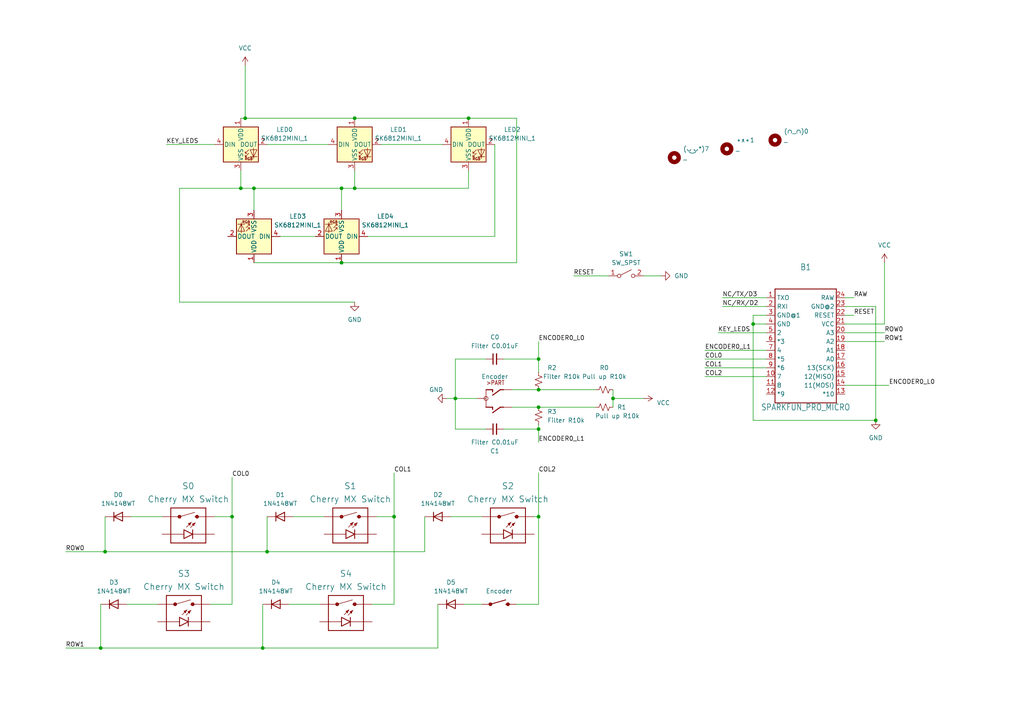
<source format=kicad_sch>
(kicad_sch (version 20211123) (generator eeschema)
  (paper "A4")
  (lib_symbols
    (symbol "Device:C_Small" (pin_numbers hide) (pin_names (offset 0.254) hide)
      (property "Reference" "C" (at 0.254 1.778 0))
      (property "Value" "C_Small" (at 0.254 -2.032 0))
      (symbol "C_Small_0_1"
        (polyline (pts (xy -1.524 -0.508) (xy 1.524 -0.508)) (stroke (width 0.3302)))
        (polyline (pts (xy -1.524 0.508) (xy 1.524 0.508)) (stroke (width 0.3048)))
      )
      (symbol "C_Small_1_1"
        (pin passive line (at 0 2.54 270) (length 2.032) (name "~") (number "1"))
        (pin passive line (at 0 -2.54 90) (length 2.032) (name "~") (number "2"))
      )
    )
    (symbol "Device:R_Small_US" (pin_numbers hide) (pin_names (offset 0.254) hide)
      (property "Reference" "R" (at 0.762 0.508 0))
      (property "Value" "R_Small_US" (at 0.762 -1.016 0))
      (symbol "R_Small_US_1_1"
        (polyline (pts (xy 0 0) (xy 1.016 -0.381) (xy 0 -0.762) (xy -1.016 -1.143) (xy 0 -1.524)))
        (polyline (pts (xy 0 1.524) (xy 1.016 1.143) (xy 0 0.762) (xy -1.016 0.381) (xy 0 0)))
        (pin passive line (at 0 2.54 270) (length 1.016) (name "~") (number "1"))
        (pin passive line (at 0 -2.54 90) (length 1.016) (name "~") (number "2"))
      )
    )
    (symbol "Diode:1N4148WT" (pin_numbers hide) (pin_names (offset 1.016) hide)
      (property "Reference" "D" (at 0 2.54 0))
      (property "Value" "1N4148WT" (at 0 -2.54 0))
      (symbol "1N4148WT_0_1"
        (polyline (pts (xy -1.27 1.27) (xy -1.27 -1.27)) (stroke (width 0.254)))
        (polyline (pts (xy 1.27 0) (xy -1.27 0)))
        (polyline (pts (xy 1.27 1.27) (xy 1.27 -1.27) (xy -1.27 0) (xy 1.27 1.27)) (stroke (width 0.254)))
      )
      (symbol "1N4148WT_1_1"
        (pin passive line (at -3.81 0 0) (length 2.54) (name "K") (number "1"))
        (pin passive line (at 3.81 0 180) (length 2.54) (name "A") (number "2"))
      )
    )
    (symbol "Mechanical:MountingHole" (pin_names (offset 1.016))
      (property "Reference" "H" (at 0 5.08 0))
      (property "Value" "MountingHole" (at 0 3.175 0))
      (symbol "MountingHole_0_1"
        (circle (center 0 0) (radius 1.27) (stroke (width 1.27)))
      )
    )
    (symbol "Switch:SW_SPST" (pin_names (offset 0) hide)
      (property "Reference" "SW" (at 0 3.175 0))
      (property "Value" "SW_SPST" (at 0 -2.54 0))
      (symbol "SW_SPST_0_0"
        (circle (center -2.032 0) (radius 0.508))
        (polyline (pts (xy -1.524 0.254) (xy 1.524 1.778)))
        (circle (center 2.032 0) (radius 0.508))
      )
      (symbol "SW_SPST_1_1"
        (pin passive line (at -5.08 0 0) (length 2.54) (name "A") (number "1"))
        (pin passive line (at 5.08 0 180) (length 2.54) (name "B") (number "2"))
      )
    )
    (symbol "cherry-mx-encoder:CHERRY-MX-ENCODER"
      (property "Value" "CHERRY-MX-ENCODER" (at 0 -6.35 90))
      (symbol "CHERRY-MX-ENCODER_1_0"
        (circle (center -2.54 0) (radius 0.127) (stroke (width 0.4064)))
        (polyline (pts (xy -2.54 0) (xy 1.905 1.27)) (stroke (width 0.254)))
        (polyline (pts (xy 1.905 0) (xy 2.54 0)) (stroke (width 0.254)))
        (circle (center 2.54 0) (radius 0.127) (stroke (width 0.4064)))
        (pin passive line (at -5.08 0 0) (length 2.54) (name "1") (number "D"))
        (pin passive line (at 5.08 0 180) (length 2.54) (name "2") (number "E"))
        (pin passive line (at -5.08 0 0) (length 2.54) (name "1") (number "S1"))
        (pin passive line (at 5.08 0 180) (length 2.54) (name "2") (number "S2"))
      )
      (symbol "CHERRY-MX-ENCODER_2_0"
        (polyline (pts (xy -2.54 0) (xy 2.54 0)) (stroke (width 0.1524)))
        (polyline (pts (xy -2.54 1.905) (xy -2.54 0)) (stroke (width 0.3048)))
        (polyline (pts (xy -2.54 4.1275) (xy -0.9525 1.905)) (stroke (width 0.3048)))
        (polyline (pts (xy -2.54 5.08) (xy -2.54 4.1275)) (stroke (width 0.3048)))
        (polyline (pts (xy -1.905 1.905) (xy -2.54 1.905)) (stroke (width 0.3048)))
        (polyline (pts (xy 2.54 1.905) (xy 2.54 0)) (stroke (width 0.3048)))
        (polyline (pts (xy 2.54 4.1275) (xy 4.1275 1.905)) (stroke (width 0.3048)))
        (polyline (pts (xy 2.54 5.08) (xy 2.54 4.1275)) (stroke (width 0.3048)))
        (polyline (pts (xy 3.175 1.905) (xy 2.54 1.905)) (stroke (width 0.3048)))
        (circle (center 0 0) (radius 0.5679))
        (text ">PART" (at -3.81 0 900) (effects (font (size 1.27 1.0795)) (justify left bottom)))
        (pin passive line (at -2.54 7.62 270) (length 2.54) (name "A") (number "A"))
        (pin passive line (at 2.54 7.62 270) (length 2.54) (name "B") (number "B"))
        (pin passive line (at 0 -2.54 90) (length 2.54) (name "C") (number "C"))
      )
    )
    (symbol "momentary-switch-spst-led-pth-cherry:MOMENTARY-SWITCH-SPST-LED-PTH-CHERRY"
      (property "Reference" "S3" (at 0 5.334 0))
      (property "Value" "MOMENTARY-SWITCH-SPST-LED-PTH-CHERRY" (at 0 -5.334 0))
      (symbol "MOMENTARY-SWITCH-SPST-LED-PTH-CHERRY_1_0"
        (circle (center -2.54 2.54) (radius 0.127) (stroke (width 0.4064)))
        (polyline (pts (xy -5.08 -5.08) (xy 5.08 -5.08)) (stroke (width 0.254)))
        (polyline (pts (xy -5.08 -2.54) (xy -5.08 -5.08)) (stroke (width 0.254)))
        (polyline (pts (xy -5.08 -2.54) (xy -1.27 -2.54)) (stroke (width 0.1524)))
        (polyline (pts (xy -5.08 2.54) (xy -5.08 -2.54)) (stroke (width 0.254)))
        (polyline (pts (xy -5.08 2.54) (xy -2.54 2.54)) (stroke (width 0.1524)))
        (polyline (pts (xy -5.08 5.08) (xy -5.08 2.54)) (stroke (width 0.254)))
        (polyline (pts (xy -2.54 2.54) (xy 1.905 3.81)) (stroke (width 0.1524)))
        (polyline (pts (xy -1.27 -3.81) (xy -1.27 -2.54)) (stroke (width 0.254)))
        (polyline (pts (xy -1.27 -3.81) (xy 1.27 -2.54)) (stroke (width 0.254)))
        (polyline (pts (xy -1.27 -2.54) (xy -1.27 -1.27)) (stroke (width 0.254)))
        (polyline (pts (xy -0.508 -0.508) (xy 0.889 0.889)) (stroke (width 0.1524)))
        (polyline (pts (xy 0.635 -0.635) (xy 2.032 0.762)) (stroke (width 0.1524)))
        (polyline (pts (xy 1.27 -3.81) (xy 1.27 -2.54)) (stroke (width 0.254)))
        (polyline (pts (xy 1.27 -2.54) (xy -1.27 -1.27)) (stroke (width 0.254)))
        (polyline (pts (xy 1.27 -2.54) (xy 1.27 -1.27)) (stroke (width 0.254)))
        (polyline (pts (xy 1.27 -2.54) (xy 5.08 -2.54)) (stroke (width 0.1524)))
        (polyline (pts (xy 1.905 2.54) (xy 5.08 2.54)) (stroke (width 0.1524)))
        (polyline (pts (xy 5.08 -5.08) (xy 5.08 -2.54)) (stroke (width 0.254)))
        (polyline (pts (xy 5.08 -2.54) (xy 5.08 2.54)) (stroke (width 0.254)))
        (polyline (pts (xy 5.08 2.54) (xy 5.08 5.08)) (stroke (width 0.254)))
        (polyline (pts (xy 5.08 5.08) (xy -5.08 5.08)) (stroke (width 0.254)))
        (polyline (pts (xy 0.889 0.889) (xy 0 0.508) (xy 0.508 0)) (fill (type outline)))
        (polyline (pts (xy 2.032 0.762) (xy 1.143 0.381) (xy 1.651 -0.127)) (fill (type outline)))
        (circle (center 2.54 2.54) (radius 0.127) (stroke (width 0.4064)))
        (pin passive line (at -7.62 -2.54 0) (length 2.54) (name "A") (number "A"))
        (pin passive line (at 7.62 -2.54 180) (length 2.54) (name "C") (number "K"))
        (pin passive line (at -7.62 2.54 0) (length 2.54) (name "1") (number "S1"))
        (pin passive line (at 7.62 2.54 180) (length 2.54) (name "2") (number "S2"))
      )
    )
    (symbol "power:GND" (power) (pin_names (offset 0))
      (property "Value" "GND" (at 0 -3.81 0))
      (symbol "GND_0_1"
        (polyline (pts (xy 0 0) (xy 0 -1.27) (xy 1.27 -1.27) (xy 0 -2.54) (xy -1.27 -1.27) (xy 0 -1.27)))
      )
      (symbol "GND_1_1"
        (pin power_in line (at 0 0 270) (length 0) hide (name "GND") (number "1"))
      )
    )
    (symbol "power:VCC" (power) (pin_names (offset 0))
      (property "Value" "VCC" (at 0 3.81 0))
      (symbol "VCC_0_1"
        (polyline (pts (xy -0.762 1.27) (xy 0 2.54)))
        (polyline (pts (xy 0 0) (xy 0 2.54)))
        (polyline (pts (xy 0 2.54) (xy 0.762 1.27)))
      )
      (symbol "VCC_1_1"
        (pin power_in line (at 0 0 90) (length 0) hide (name "VCC") (number "1"))
      )
    )
    (symbol "sk6812mini_1:SK6812MINI_1" (pin_names (offset 0.254))
      (property "Reference" "LED8" (at 11.5759 3.7252 0))
      (property "Value" "SK6812MINI_1" (at 11.5759 0.9501 0))
      (symbol "SK6812MINI_1_0_0"
        (text "RGB" (at 2.286 -4.191 0) (effects (font (size 0.762 0.762))))
      )
      (symbol "SK6812MINI_1_0_1"
        (polyline (pts (xy 1.27 -3.556) (xy 1.778 -3.556)))
        (polyline (pts (xy 1.27 -2.54) (xy 1.778 -2.54)))
        (polyline (pts (xy 4.699 -3.556) (xy 2.667 -3.556)))
        (polyline (pts (xy 2.286 -2.54) (xy 1.27 -3.556) (xy 1.27 -3.048)))
        (polyline (pts (xy 2.286 -1.524) (xy 1.27 -2.54) (xy 1.27 -2.032)))
        (polyline (pts (xy 3.683 -1.016) (xy 3.683 -3.556) (xy 3.683 -4.064)))
        (polyline (pts (xy 4.699 -1.524) (xy 2.667 -1.524) (xy 3.683 -3.556) (xy 4.699 -1.524)))
        (rectangle (start 5.08 5.08) (end -5.08 -5.08) (stroke (width 0.254)) (fill (type background)))
      )
      (symbol "SK6812MINI_1_1_1"
        (pin power_in line (at 0 7.62 270) (length 2.54) (name "VDD") (number "1"))
        (pin output line (at 7.62 0 180) (length 2.54) (name "DOUT") (number "2"))
        (pin power_in line (at 0 -7.62 90) (length 2.54) (name "VSS") (number "3"))
        (pin input line (at -7.62 0 0) (length 2.54) (name "DIN") (number "4"))
      )
    )
    (symbol "sparkfun_pro_micro:SPARKFUN_PRO_MICRO"
      (property "Reference" "B1" (at -7.62 18.542 0))
      (property "Value" "SPARKFUN_PRO_MICRO" (at -7.62 -17.78 0))
      (symbol "SPARKFUN_PRO_MICRO_1_0"
        (polyline (pts (xy -7.62 -15.24) (xy 10.16 -15.24)) (stroke (width 0.254)))
        (polyline (pts (xy -7.62 17.78) (xy -7.62 -15.24)) (stroke (width 0.254)))
        (polyline (pts (xy 10.16 -15.24) (xy 10.16 17.78)) (stroke (width 0.254)))
        (polyline (pts (xy 10.16 17.78) (xy -7.62 17.78)) (stroke (width 0.254)))
        (pin bidirectional line (at -10.16 15.24 0) (length 2.54) (name "TXO") (number "1"))
        (pin bidirectional line (at -10.16 -7.62 0) (length 2.54) (name "7") (number "10"))
        (pin bidirectional line (at -10.16 -10.16 0) (length 2.54) (name "8") (number "11"))
        (pin bidirectional line (at -10.16 -12.7 0) (length 2.54) (name "*9") (number "12"))
        (pin bidirectional line (at 12.7 -12.7 180) (length 2.54) (name "*10") (number "13"))
        (pin bidirectional line (at 12.7 -10.16 180) (length 2.54) (name "11(MOSI)") (number "14"))
        (pin bidirectional line (at 12.7 -7.62 180) (length 2.54) (name "12(MISO)") (number "15"))
        (pin bidirectional line (at 12.7 -5.08 180) (length 2.54) (name "13(SCK)") (number "16"))
        (pin bidirectional line (at 12.7 -2.54 180) (length 2.54) (name "A0") (number "17"))
        (pin bidirectional line (at 12.7 0 180) (length 2.54) (name "A1") (number "18"))
        (pin bidirectional line (at 12.7 2.54 180) (length 2.54) (name "A2") (number "19"))
        (pin bidirectional line (at -10.16 12.7 0) (length 2.54) (name "RXI") (number "2"))
        (pin bidirectional line (at 12.7 5.08 180) (length 2.54) (name "A3") (number "20"))
        (pin power_in line (at 12.7 7.62 180) (length 2.54) (name "VCC") (number "21"))
        (pin bidirectional line (at 12.7 10.16 180) (length 2.54) (name "RESET") (number "22"))
        (pin power_in line (at 12.7 12.7 180) (length 2.54) (name "GND@2") (number "23"))
        (pin power_in line (at 12.7 15.24 180) (length 2.54) (name "RAW") (number "24"))
        (pin power_in line (at -10.16 10.16 0) (length 2.54) (name "GND@1") (number "3"))
        (pin power_in line (at -10.16 7.62 0) (length 2.54) (name "GND") (number "4"))
        (pin bidirectional line (at -10.16 5.08 0) (length 2.54) (name "2") (number "5"))
        (pin bidirectional line (at -10.16 2.54 0) (length 2.54) (name "*3") (number "6"))
        (pin bidirectional line (at -10.16 0 0) (length 2.54) (name "4") (number "7"))
        (pin bidirectional line (at -10.16 -2.54 0) (length 2.54) (name "*5") (number "8"))
        (pin bidirectional line (at -10.16 -5.08 0) (length 2.54) (name "*6") (number "9"))
      )
    )
  )
  (junction (at 29.21 187.96))
  (junction (at 156.21 118.11))
  (junction (at 254 121.92))
  (junction (at 102.87 54.61))
  (junction (at 67.31 149.86))
  (junction (at 177.8 115.57))
  (junction (at 156.21 113.03))
  (junction (at 76.2 187.96))
  (junction (at 71.12 34.29))
  (junction (at 114.3 149.86))
  (junction (at 99.06 76.2))
  (junction (at 77.47 160.02))
  (junction (at 218.44 93.98))
  (junction (at 156.21 149.86))
  (junction (at 30.48 160.02))
  (junction (at 73.66 54.61))
  (junction (at 156.21 104.14))
  (junction (at 102.87 34.29))
  (junction (at 135.89 34.29))
  (junction (at 99.06 54.61))
  (junction (at 156.21 124.46))
  (junction (at 132.08 115.57))
  (junction (at 69.85 54.61))
  (wire (pts (xy 99.06 54.61) (xy 102.87 54.61)))
  (wire (pts (xy 208.28 96.52) (xy 222.25 96.52)))
  (wire (pts (xy 99.06 76.2) (xy 149.86 76.2)))
  (wire (pts (xy 218.44 93.98) (xy 222.25 93.98)))
  (wire (pts (xy 102.87 49.53) (xy 102.87 54.61)))
  (wire (pts (xy 83.82 175.26) (xy 92.71 175.26)))
  (wire (pts (xy 36.83 175.26) (xy 45.72 175.26)))
  (wire (pts (xy 132.08 115.57) (xy 138.43 115.57)))
  (wire (pts (xy 129.54 115.57) (xy 132.08 115.57)))
  (wire (pts (xy 67.31 149.86) (xy 62.23 149.86)))
  (wire (pts (xy 209.55 88.9) (xy 222.25 88.9)))
  (wire (pts (xy 186.69 80.01) (xy 191.77 80.01)))
  (wire (pts (xy 52.07 54.61) (xy 69.85 54.61)))
  (wire (pts (xy 140.97 104.14) (xy 132.08 104.14)))
  (wire (pts (xy 204.47 101.6) (xy 222.25 101.6)))
  (wire (pts (xy 156.21 113.03) (xy 172.72 113.03)))
  (wire (pts (xy 52.07 87.63) (xy 52.07 54.61)))
  (wire (pts (xy 81.28 68.58) (xy 91.44 68.58)))
  (wire (pts (xy 132.08 104.14) (xy 132.08 115.57)))
  (wire (pts (xy 48.26 41.91) (xy 62.23 41.91)))
  (wire (pts (xy 222.25 91.44) (xy 218.44 91.44)))
  (wire (pts (xy 218.44 91.44) (xy 218.44 93.98)))
  (wire (pts (xy 77.47 149.86) (xy 77.47 160.02)))
  (wire (pts (xy 149.86 175.26) (xy 156.21 175.26)))
  (wire (pts (xy 30.48 160.02) (xy 19.05 160.02)))
  (wire (pts (xy 71.12 19.05) (xy 71.12 34.29)))
  (wire (pts (xy 146.05 124.46) (xy 156.21 124.46)))
  (wire (pts (xy 245.11 88.9) (xy 254 88.9)))
  (wire (pts (xy 102.87 54.61) (xy 135.89 54.61)))
  (wire (pts (xy 204.47 109.22) (xy 222.25 109.22)))
  (wire (pts (xy 102.87 87.63) (xy 52.07 87.63)))
  (wire (pts (xy 177.8 113.03) (xy 177.8 115.57)))
  (wire (pts (xy 73.66 76.2) (xy 99.06 76.2)))
  (wire (pts (xy 29.21 187.96) (xy 76.2 187.96)))
  (wire (pts (xy 73.66 54.61) (xy 99.06 54.61)))
  (wire (pts (xy 71.12 34.29) (xy 69.85 34.29)))
  (wire (pts (xy 114.3 137.16) (xy 114.3 149.86)))
  (wire (pts (xy 186.69 115.57) (xy 177.8 115.57)))
  (wire (pts (xy 245.11 99.06) (xy 256.54 99.06)))
  (wire (pts (xy 77.47 160.02) (xy 123.19 160.02)))
  (wire (pts (xy 146.05 104.14) (xy 156.21 104.14)))
  (wire (pts (xy 69.85 49.53) (xy 69.85 54.61)))
  (wire (pts (xy 143.51 41.91) (xy 143.51 68.58)))
  (wire (pts (xy 132.08 124.46) (xy 132.08 115.57)))
  (wire (pts (xy 256.54 76.2) (xy 256.54 93.98)))
  (wire (pts (xy 156.21 137.16) (xy 156.21 149.86)))
  (wire (pts (xy 67.31 175.26) (xy 67.31 149.86)))
  (wire (pts (xy 204.47 104.14) (xy 222.25 104.14)))
  (wire (pts (xy 69.85 54.61) (xy 73.66 54.61)))
  (wire (pts (xy 135.89 34.29) (xy 149.86 34.29)))
  (wire (pts (xy 245.11 111.76) (xy 257.81 111.76)))
  (wire (pts (xy 77.47 41.91) (xy 95.25 41.91)))
  (wire (pts (xy 106.68 68.58) (xy 143.51 68.58)))
  (wire (pts (xy 110.49 41.91) (xy 128.27 41.91)))
  (wire (pts (xy 156.21 123.19) (xy 156.21 124.46)))
  (wire (pts (xy 156.21 149.86) (xy 154.94 149.86)))
  (wire (pts (xy 134.62 175.26) (xy 139.7 175.26)))
  (wire (pts (xy 107.95 175.26) (xy 114.3 175.26)))
  (wire (pts (xy 218.44 93.98) (xy 218.44 121.92)))
  (wire (pts (xy 114.3 175.26) (xy 114.3 149.86)))
  (wire (pts (xy 254 88.9) (xy 254 121.92)))
  (wire (pts (xy 130.81 149.86) (xy 139.7 149.86)))
  (wire (pts (xy 156.21 124.46) (xy 156.21 128.27)))
  (wire (pts (xy 19.05 187.96) (xy 29.21 187.96)))
  (wire (pts (xy 148.59 113.03) (xy 156.21 113.03)))
  (wire (pts (xy 127 187.96) (xy 76.2 187.96)))
  (wire (pts (xy 245.11 96.52) (xy 256.54 96.52)))
  (wire (pts (xy 30.48 149.86) (xy 30.48 160.02)))
  (wire (pts (xy 123.19 149.86) (xy 123.19 160.02)))
  (wire (pts (xy 127 175.26) (xy 127 187.96)))
  (wire (pts (xy 67.31 138.43) (xy 67.31 149.86)))
  (wire (pts (xy 77.47 160.02) (xy 30.48 160.02)))
  (wire (pts (xy 177.8 115.57) (xy 177.8 118.11)))
  (wire (pts (xy 60.96 175.26) (xy 67.31 175.26)))
  (wire (pts (xy 71.12 34.29) (xy 102.87 34.29)))
  (wire (pts (xy 256.54 93.98) (xy 245.11 93.98)))
  (wire (pts (xy 85.09 149.86) (xy 93.98 149.86)))
  (wire (pts (xy 156.21 99.06) (xy 156.21 104.14)))
  (wire (pts (xy 149.86 76.2) (xy 149.86 34.29)))
  (wire (pts (xy 99.06 54.61) (xy 99.06 60.96)))
  (wire (pts (xy 29.21 175.26) (xy 29.21 187.96)))
  (wire (pts (xy 140.97 124.46) (xy 132.08 124.46)))
  (wire (pts (xy 76.2 187.96) (xy 76.2 175.26)))
  (wire (pts (xy 135.89 54.61) (xy 135.89 49.53)))
  (wire (pts (xy 114.3 149.86) (xy 109.22 149.86)))
  (wire (pts (xy 166.37 80.01) (xy 176.53 80.01)))
  (wire (pts (xy 156.21 118.11) (xy 172.72 118.11)))
  (wire (pts (xy 209.55 86.36) (xy 222.25 86.36)))
  (wire (pts (xy 38.1 149.86) (xy 46.99 149.86)))
  (wire (pts (xy 73.66 54.61) (xy 73.66 60.96)))
  (wire (pts (xy 156.21 104.14) (xy 156.21 107.95)))
  (wire (pts (xy 245.11 91.44) (xy 247.65 91.44)))
  (wire (pts (xy 245.11 86.36) (xy 247.65 86.36)))
  (wire (pts (xy 148.59 118.11) (xy 156.21 118.11)))
  (wire (pts (xy 204.47 106.68) (xy 222.25 106.68)))
  (wire (pts (xy 102.87 34.29) (xy 135.89 34.29)))
  (wire (pts (xy 156.21 175.26) (xy 156.21 149.86)))
  (wire (pts (xy 218.44 121.92) (xy 254 121.92)))
  (label "COL1" (at 114.3 137.16 0))
  (label "COL1" (at 204.47 106.68 0))
  (label "ROW1" (at 256.54 99.06 0))
  (label "KEY_LEDS" (at 48.26 41.91 0))
  (label "NC{slash}RX{slash}D2" (at 209.55 88.9 0))
  (label "COL2" (at 156.21 137.16 0))
  (label "ENCODER0_L0" (at 156.21 99.06 0))
  (label "ROW0" (at 19.05 160.02 0))
  (label "RESET" (at 166.37 80.01 0))
  (label "ENCODER0_L1" (at 156.21 128.27 0))
  (label "ENCODER0_L1" (at 204.47 101.6 0))
  (label "ROW1" (at 19.05 187.96 0))
  (label "KEY_LEDS" (at 208.28 96.52 0))
  (label "RESET" (at 247.65 91.44 0))
  (label "COL0" (at 67.31 138.43 0))
  (label "ENCODER0_L0" (at 257.81 111.76 0))
  (label "NC{slash}TX{slash}D3" (at 209.55 86.36 0))
  (label "RAW" (at 247.65 86.36 0))
  (label "COL2" (at 204.47 109.22 0))
  (label "ROW0" (at 256.54 96.52 0))
  (label "COL0" (at 204.47 104.14 0))
  (symbol (lib_id "sk6812mini_1:SK6812MINI_1") (at 73.66 68.58 180) (unit 1)
    (property "Reference" "LED3" (at 86.36 62.7505 0))
    (property "Value" "SK6812MINI_1" (at 86.36 65.2905 0))
    (property "Footprint" "pizzapad:LED_SK6812MINI_PLCC4_3.5x3.5mm_P1.75mm" (effects hide))
    (property "Datasheet" "https://cdn-shop.adafruit.com/product-files/2686/SK6812MINI_REV.01-1-2.pdf" (effects hide))
  )
  (symbol (lib_id "power:GND") (at 191.77 80.01 90) (unit 1)
    (property "Reference" "#PWR0106" (effects hide))
    (property "Value" "GND" (at 195.58 80.0099 90) (effects (justify right)))
  )
  (symbol (lib_id "power:GND") (at 102.87 87.63 0) (unit 1)
    (property "Reference" "#PWR0103" (effects hide))
    (property "Value" "GND" (at 102.87 92.71 0))
  )
  (symbol (lib_id "momentary-switch-spst-led-pth-cherry:MOMENTARY-SWITCH-SPST-LED-PTH-CHERRY") (at 101.6 152.4 0) (unit 1)
    (property "Reference" "S1" (at 101.6 140.97 0) (effects (font (size 1.778 1.778))))
    (property "Value" "Cherry MX Switch" (at 101.6 144.78 0) (effects (font (size 1.778 1.778))))
    (property "Footprint" "pizzapad:Kailh-CPG151101S11_MX_Socket-1.00u" (effects hide))
  )
  (symbol (lib_id "Device:R_Small_US") (at 156.21 120.65 0) (unit 1)
    (property "Reference" "R3" (at 158.75 119.3799 0) (effects (justify left)))
    (property "Value" "Filter R10k" (at 158.75 121.9199 0) (effects (justify left)))
    (property "Footprint" "Resistor_SMD:R_0805_2012Metric_Pad1.20x1.40mm_HandSolder" (effects hide))
  )
  (symbol (lib_id "sk6812mini_1:SK6812MINI_1") (at 69.85 41.91 0) (unit 1)
    (property "Reference" "LED0" (at 82.55 37.5793 0))
    (property "Value" "SK6812MINI_1" (at 82.55 40.1193 0))
    (property "Footprint" "pizzapad:LED_SK6812MINI_PLCC4_3.5x3.5mm_P1.75mm" (effects hide))
    (property "Datasheet" "https://cdn-shop.adafruit.com/product-files/2686/SK6812MINI_REV.01-1-2.pdf" (effects hide))
  )
  (symbol (lib_id "power:VCC") (at 186.69 115.57 270) (unit 1)
    (property "Reference" "#PWR0107" (effects hide))
    (property "Value" "VCC" (at 190.5 116.84 90) (effects (justify left)))
  )
  (symbol (lib_id "Diode:1N4148WT") (at 34.29 149.86 0) (unit 1)
    (property "Reference" "D0" (at 34.29 143.51 0))
    (property "Value" "1N4148WT" (at 34.29 146.05 0))
    (property "Footprint" "Diode_SMD:D_SOD-323_HandSoldering" (effects hide))
    (property "Datasheet" "https://www.diodes.com/assets/Datasheets/ds30396.pdf" (effects hide))
  )
  (symbol (lib_id "Mechanical:MountingHole") (at 224.79 40.64 0) (unit 1)
    (property "Reference" "(∩_∩)0" (at 227.33 38.0999 0) (effects (justify left)))
    (property "Value" "_" (at 227.33 40.6399 0) (effects (justify left)))
    (property "Footprint" "MountingHole:MountingHole_3.2mm_M3_ISO7380" (effects hide))
  )
  (symbol (lib_id "Mechanical:MountingHole") (at 195.58 45.72 0) (unit 1)
    (property "Reference" "(◡‿◡*)7" (at 198.12 43.1799 0) (effects (justify left)))
    (property "Value" "_" (at 198.12 45.7199 0) (effects (justify left)))
    (property "Footprint" "MountingHole:MountingHole_3.2mm_M3_ISO7380" (effects hide))
  )
  (symbol (lib_id "Switch:SW_SPST") (at 181.61 80.01 0) (unit 1)
    (property "Reference" "SW1" (at 181.61 73.66 0))
    (property "Value" "SW_SPST" (at 181.61 76.2 0))
    (property "Footprint" "Button_Switch_SMD:SW_SPST_B3U-1000P" (effects hide))
  )
  (symbol (lib_id "Device:C_Small") (at 143.51 124.46 90) (unit 1)
    (property "Reference" "C1" (at 143.51 130.81 90))
    (property "Value" "Filter C0.01uF" (at 143.51 128.27 90))
    (property "Footprint" "Capacitor_SMD:C_0805_2012Metric_Pad1.18x1.45mm_HandSolder" (effects hide))
  )
  (symbol (lib_id "momentary-switch-spst-led-pth-cherry:MOMENTARY-SWITCH-SPST-LED-PTH-CHERRY") (at 147.32 152.4 0) (unit 1)
    (property "Reference" "S2" (at 147.32 140.97 0) (effects (font (size 1.778 1.778))))
    (property "Value" "Cherry MX Switch" (at 147.32 144.78 0) (effects (font (size 1.778 1.778))))
    (property "Footprint" "pizzapad:Kailh-CPG151101S11_MX_Socket-1.00u" (effects hide))
  )
  (symbol (lib_id "Diode:1N4148WT") (at 130.81 175.26 0) (unit 1)
    (property "Reference" "D5" (at 130.81 168.91 0))
    (property "Value" "1N4148WT" (at 130.81 171.45 0))
    (property "Footprint" "Diode_SMD:D_SOD-323_HandSoldering" (effects hide))
    (property "Datasheet" "https://www.diodes.com/assets/Datasheets/ds30396.pdf" (effects hide))
  )
  (symbol (lib_id "Diode:1N4148WT") (at 127 149.86 0) (unit 1)
    (property "Reference" "D2" (at 127 143.51 0))
    (property "Value" "1N4148WT" (at 127 146.05 0))
    (property "Footprint" "Diode_SMD:D_SOD-323_HandSoldering" (effects hide))
    (property "Datasheet" "https://www.diodes.com/assets/Datasheets/ds30396.pdf" (effects hide))
  )
  (symbol (lib_id "Device:R_Small_US") (at 156.21 110.49 0) (unit 1)
    (property "Reference" "R2" (at 158.75 106.68 0) (effects (justify left)))
    (property "Value" "Filter R10k" (at 157.48 109.22 0) (effects (justify left)))
    (property "Footprint" "Resistor_SMD:R_0805_2012Metric_Pad1.20x1.40mm_HandSolder" (effects hide))
  )
  (symbol (lib_id "cherry-mx-encoder:CHERRY-MX-ENCODER") (at 140.97 115.57 270) (unit 2)
    (property "Reference" "RE_3_1" (effects hide))
    (property "Value" "Encoder" (at 143.51 109.22 90))
    (property "Footprint" "pizzapad:RotaryEncoder_Alps_EC11E-Switch_Vertical_H20mm" (effects hide))
  )
  (symbol (lib_id "Mechanical:MountingHole") (at 210.82 43.18 0) (unit 1)
    (property "Reference" "•ᴥ•1" (at 213.36 40.6399 0) (effects (justify left)))
    (property "Value" "_" (at 213.36 43.1799 0) (effects (justify left)))
    (property "Footprint" "MountingHole:MountingHole_3.2mm_M3_ISO7380" (effects hide))
  )
  (symbol (lib_id "Diode:1N4148WT") (at 80.01 175.26 0) (unit 1)
    (property "Reference" "D4" (at 80.01 168.91 0))
    (property "Value" "1N4148WT" (at 80.01 171.45 0))
    (property "Footprint" "Diode_SMD:D_SOD-323_HandSoldering" (effects hide))
    (property "Datasheet" "https://www.diodes.com/assets/Datasheets/ds30396.pdf" (effects hide))
  )
  (symbol (lib_id "Diode:1N4148WT") (at 33.02 175.26 0) (unit 1)
    (property "Reference" "D3" (at 33.02 168.91 0))
    (property "Value" "1N4148WT" (at 33.02 171.45 0))
    (property "Footprint" "Diode_SMD:D_SOD-323_HandSoldering" (effects hide))
    (property "Datasheet" "https://www.diodes.com/assets/Datasheets/ds30396.pdf" (effects hide))
  )
  (symbol (lib_id "power:VCC") (at 71.12 19.05 0) (unit 1)
    (property "Reference" "#PWR0105" (effects hide))
    (property "Value" "VCC" (at 71.12 13.97 0))
  )
  (symbol (lib_id "power:GND") (at 129.54 115.57 270) (unit 1)
    (property "Reference" "#PWR0104" (effects hide))
    (property "Value" "GND" (at 124.46 113.03 90) (effects (justify left)))
  )
  (symbol (lib_id "Device:R_Small_US") (at 175.26 118.11 90) (unit 1)
    (property "Reference" "R1" (at 180.34 118.11 90))
    (property "Value" "Pull up R10k" (at 179.07 120.65 90))
    (property "Footprint" "Resistor_SMD:R_0805_2012Metric_Pad1.20x1.40mm_HandSolder" (effects hide))
  )
  (symbol (lib_id "sk6812mini_1:SK6812MINI_1") (at 135.89 41.91 0) (unit 1)
    (property "Reference" "LED2" (at 148.59 37.5793 0))
    (property "Value" "SK6812MINI_1" (at 148.59 40.1193 0))
    (property "Footprint" "pizzapad:LED_SK6812MINI_PLCC4_3.5x3.5mm_P1.75mm" (effects hide))
    (property "Datasheet" "https://cdn-shop.adafruit.com/product-files/2686/SK6812MINI_REV.01-1-2.pdf" (effects hide))
  )
  (symbol (lib_id "Diode:1N4148WT") (at 81.28 149.86 0) (unit 1)
    (property "Reference" "D1" (at 81.28 143.51 0))
    (property "Value" "1N4148WT" (at 81.28 146.05 0))
    (property "Footprint" "Diode_SMD:D_SOD-323_HandSoldering" (effects hide))
    (property "Datasheet" "https://www.diodes.com/assets/Datasheets/ds30396.pdf" (effects hide))
  )
  (symbol (lib_id "cherry-mx-encoder:CHERRY-MX-ENCODER") (at 144.78 175.26 0) (unit 1)
    (property "Reference" "RE_3_1" (effects hide))
    (property "Value" "Encoder" (at 144.78 171.45 0))
    (property "Footprint" "pizzapad:RotaryEncoder_Alps_EC11E-Switch_Vertical_H20mm" (effects hide))
  )
  (symbol (lib_id "momentary-switch-spst-led-pth-cherry:MOMENTARY-SWITCH-SPST-LED-PTH-CHERRY") (at 54.61 152.4 0) (unit 1)
    (property "Reference" "S0" (at 54.61 140.97 0) (effects (font (size 1.778 1.778))))
    (property "Value" "Cherry MX Switch" (at 54.61 144.78 0) (effects (font (size 1.778 1.778))))
    (property "Footprint" "pizzapad:Kailh-CPG151101S11_MX_Socket-1.00u" (effects hide))
  )
  (symbol (lib_id "momentary-switch-spst-led-pth-cherry:MOMENTARY-SWITCH-SPST-LED-PTH-CHERRY") (at 100.33 177.8 0) (unit 1)
    (property "Reference" "S4" (at 100.33 166.37 0) (effects (font (size 1.778 1.778))))
    (property "Value" "Cherry MX Switch" (at 100.33 170.18 0) (effects (font (size 1.778 1.778))))
    (property "Footprint" "pizzapad:Kailh-CPG151101S11_MX_Socket-1.00u" (effects hide))
  )
  (symbol (lib_id "Device:R_Small_US") (at 175.26 113.03 270) (unit 1)
    (property "Reference" "R0" (at 175.26 106.68 90))
    (property "Value" "Pull up R10k" (at 175.26 109.22 90))
    (property "Footprint" "Resistor_SMD:R_0805_2012Metric_Pad1.20x1.40mm_HandSolder" (effects hide))
  )
  (symbol (lib_id "Device:C_Small") (at 143.51 104.14 90) (unit 1)
    (property "Reference" "C0" (at 143.5163 97.79 90))
    (property "Value" "Filter C0.01uF" (at 143.5163 100.33 90))
    (property "Footprint" "Capacitor_SMD:C_0805_2012Metric_Pad1.18x1.45mm_HandSolder" (effects hide))
  )
  (symbol (lib_id "sk6812mini_1:SK6812MINI_1") (at 99.06 68.58 180) (unit 1)
    (property "Reference" "LED4" (at 111.76 62.7505 0))
    (property "Value" "SK6812MINI_1" (at 111.76 65.2905 0))
    (property "Footprint" "pizzapad:LED_SK6812MINI_PLCC4_3.5x3.5mm_P1.75mm" (effects hide))
    (property "Datasheet" "https://cdn-shop.adafruit.com/product-files/2686/SK6812MINI_REV.01-1-2.pdf" (effects hide))
  )
  (symbol (lib_id "power:VCC") (at 256.54 76.2 0) (unit 1)
    (property "Reference" "#PWR0101" (effects hide))
    (property "Value" "VCC" (at 256.54 71.12 0))
  )
  (symbol (lib_id "sk6812mini_1:SK6812MINI_1") (at 102.87 41.91 0) (unit 1)
    (property "Reference" "LED1" (at 115.57 37.5793 0))
    (property "Value" "SK6812MINI_1" (at 115.57 40.1193 0))
    (property "Footprint" "pizzapad:LED_SK6812MINI_PLCC4_3.5x3.5mm_P1.75mm" (effects hide))
    (property "Datasheet" "https://cdn-shop.adafruit.com/product-files/2686/SK6812MINI_REV.01-1-2.pdf" (effects hide))
  )
  (symbol (lib_id "power:GND") (at 254 121.92 0) (unit 1)
    (property "Reference" "#PWR0102" (effects hide))
    (property "Value" "GND" (at 254 127 0))
  )
  (symbol (lib_id "sparkfun_pro_micro:SPARKFUN_PRO_MICRO") (at 232.41 101.6 0) (unit 1)
    (property "Reference" "B1" (at 233.68 77.47 0) (effects (font (size 1.778 1.5113))))
    (property "Value" "SPARKFUN_PRO_MICRO" (at 233.68 118.11 0) (effects (font (size 1.778 1.5113))))
    (property "Footprint" "kbd:ProMicro_v3.5" (effects hide))
  )
  (symbol (lib_id "momentary-switch-spst-led-pth-cherry:MOMENTARY-SWITCH-SPST-LED-PTH-CHERRY") (at 53.34 177.8 0) (unit 1)
    (property "Reference" "S3" (at 53.34 166.37 0) (effects (font (size 1.778 1.778))))
    (property "Value" "Cherry MX Switch" (at 53.34 170.18 0) (effects (font (size 1.778 1.778))))
    (property "Footprint" "pizzapad:Kailh-CPG151101S11_MX_Socket-1.00u" (effects hide))
  )
)
</source>
